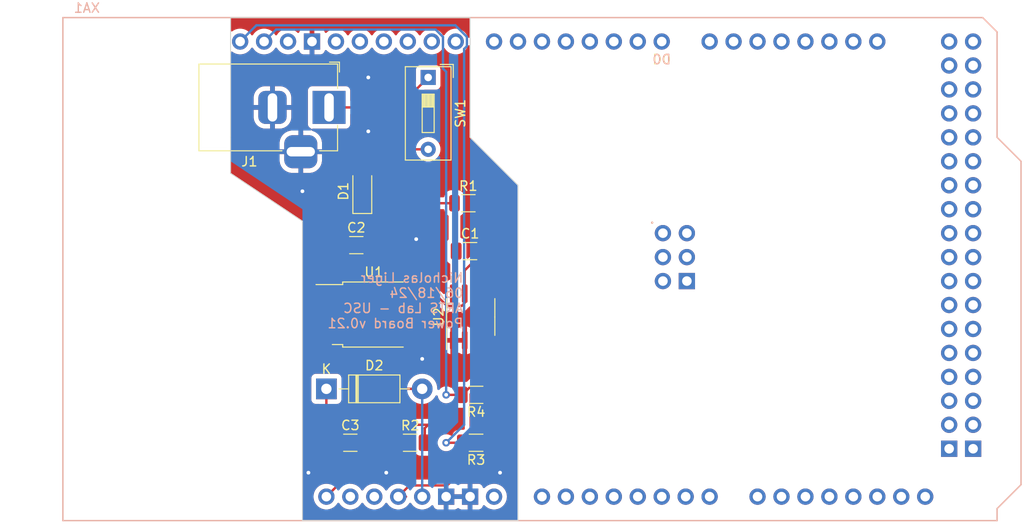
<source format=kicad_pcb>
(kicad_pcb (version 20221018) (generator pcbnew)
  (layers (0 "F.Cu" signal) (31 "B.Cu" signal) (34 "B.Paste" user) (35 "F.Paste" user) (36 "B.SilkS" user "B.Silkscreen") (37 "F.SilkS" user "F.Silkscreen") (38 "B.Mask" user) (39 "F.Mask" user) (44 "Edge.Cuts" user))
  (net 0 "")
  (net 1 "Net-(D1-K)")
  (net 2 "Net-(U1-VI)")
  (net 3 "GND")
  (net 4 "Net-(D2-K)")
  (net 5 "Net-(D1-A)")
  (net 6 "Net-(D2-A)")
  (net 7 "Net-(J1-Pad1)")
  (net 8 "Net-(U2-VS)")
  (net 9 "Net-(U2-SCL)")
  (net 92 "Net-(U2-SDA)")
  (footprint "Capacitor_SMD:C_1206_3216Metric" (layer "F.Cu") (at 130.175 82.55)
    (fp_text reference "C2" (at 0 -1.85) (layer "F.SilkS"))
    (fp_text value "0.1 μF" hide)
    (fp_line (start -0.711252 -0.91) (end 0.711252 -0.91) (stroke (width 0.12)) (layer "F.SilkS"))
    (fp_line (start -0.711252 0.91) (end 0.711252 0.91) (stroke (width 0.12)) (layer "F.SilkS"))
    (pad "1" smd roundrect (at -1.475 0) (size 1.15 1.8) (layers "F.Cu" "F.Paste" "F.Mask") (roundrect_rratio 0.217391) (net 2 "Net-(U1-VI)"))
    (pad "2" smd roundrect (at 1.475 0) (size 1.15 1.8) (layers "F.Cu" "F.Paste" "F.Mask") (roundrect_rratio 0.217391) (net 3 "GND"))
  )
  (footprint "Capacitor_SMD:C_1206_3216Metric" (layer "F.Cu") (at 129.54 103.505)
    (fp_text reference "C3" (at 0 -1.85) (layer "F.SilkS"))
    (fp_text value "22 μF" hide)
    (fp_line (start -0.711252 -0.91) (end 0.711252 -0.91) (stroke (width 0.12)) (layer "F.SilkS"))
    (fp_line (start -0.711252 0.91) (end 0.711252 0.91) (stroke (width 0.12)) (layer "F.SilkS"))
    (pad "1" smd roundrect (at -1.475 0) (size 1.15 1.8) (layers "F.Cu" "F.Paste" "F.Mask") (roundrect_rratio 0.217391) (net 3 "GND"))
    (pad "2" smd roundrect (at 1.475 0) (size 1.15 1.8) (layers "F.Cu" "F.Paste" "F.Mask") (roundrect_rratio 0.217391) (net 4 "Net-(D2-K)"))
  )
  (footprint "Resistor_SMD:R_1206_3216Metric_Pad1.30x1.75mm_HandSolder" (layer "F.Cu") (at 135.89 103.505)
    (fp_text reference "R2" (at 0 -1.82) (layer "F.SilkS"))
    (fp_text value "510" hide)
    (fp_line (start -0.727064 -0.91) (end 0.727064 -0.91) (stroke (width 0.12)) (layer "F.SilkS"))
    (fp_line (start -0.727064 0.91) (end 0.727064 0.91) (stroke (width 0.12)) (layer "F.SilkS"))
    (pad "1" smd roundrect (at -1.55 0) (size 1.3 1.75) (layers "F.Cu" "F.Paste" "F.Mask") (roundrect_rratio 0.192308) (net 3 "GND"))
    (pad "2" smd roundrect (at 1.55 0) (size 1.3 1.75) (layers "F.Cu" "F.Paste" "F.Mask") (roundrect_rratio 0.192308) (net 4 "Net-(D2-K)"))
  )
  (footprint "PCM_arduino-library:Arduino_Mega2560_R3_Shield" (layer "F.Cu") (at 99.06 111.76)
    (fp_text reference "XA1" (at 2.54 -54.356) (layer "B.SilkS") (effects (justify mirror)))
    (fp_text value "Arduino_Mega2560_Shield" hide)
    (fp_text user "D0" (at 63.5 -48.895 unlocked) (layer "B.SilkS") (effects (justify mirror)))
    (fp_text user "." (at 62.484 -32.004) (layer "B.SilkS"))
    (fp_text user "." (at 62.484 -32.004) (layer "F.SilkS"))
    (fp_text user "D0" (at 63.5 -48.895 unlocked) (layer "F.SilkS"))
    (fp_line (start 0 -53.34) (end 0 0) (stroke (width 0.15)) (layer "B.SilkS"))
    (fp_line (start 0 -53.34) (end 97.536 -53.34) (stroke (width 0.15)) (layer "B.SilkS"))
    (fp_line (start 0 0) (end 99.06 0) (stroke (width 0.15)) (layer "B.SilkS"))
    (fp_line (start 97.536 -53.34) (end 99.06 -51.816) (stroke (width 0.15)) (layer "B.SilkS"))
    (fp_line (start 99.06 -40.64) (end 99.06 -51.816) (stroke (width 0.15)) (layer "B.SilkS"))
    (fp_line (start 99.06 -1.27) (end 101.6 -3.81) (stroke (width 0.15)) (layer "B.SilkS"))
    (fp_line (start 99.06 0) (end 99.06 -1.27) (stroke (width 0.15)) (layer "B.SilkS"))
    (fp_line (start 101.6 -38.1) (end 99.06 -40.64) (stroke (width 0.15)) (layer "B.SilkS"))
    (fp_line (start 101.6 -3.81) (end 101.6 -38.1) (stroke (width 0.15)) (layer "B.SilkS"))
    (pad "" np_thru_hole circle (at 13.97 -2.54) (size 3.2 3.2) (drill 3.2) (layers "*.Cu" "*.Mask"))
    (pad "" np_thru_hole circle (at 15.24 -50.8) (size 3.2 3.2) (drill 3.2) (layers "*.Cu" "*.Mask"))
    (pad "" np_thru_hole circle (at 66.04 -35.56) (size 3.2 3.2) (drill 3.2) (layers "*.Cu" "*.Mask"))
    (pad "" np_thru_hole circle (at 66.04 -7.62) (size 3.2 3.2) (drill 3.2) (layers "*.Cu" "*.Mask"))
    (pad "" np_thru_hole circle (at 90.17 -50.8) (size 3.2 3.2) (drill 3.2) (layers "*.Cu" "*.Mask"))
    (pad "" np_thru_hole circle (at 96.52 -2.54) (size 3.2 3.2) (drill 3.2) (layers "*.Cu" "*.Mask"))
    (pad "3V3" thru_hole oval (at 35.56 -2.54) (size 1.7272 1.7272) (drill 1.016) (layers "*.Cu" "*.Mask") (net 8 "Net-(U2-VS)"))
    (pad "5V1" thru_hole oval (at 38.1 -2.54) (size 1.7272 1.7272) (drill 1.016) (layers "*.Cu" "*.Mask") (net 6 "Net-(D2-A)"))
    (pad "5V2" thru_hole oval (at 66.167 -30.48) (size 1.7272 1.7272) (drill 1.016) (layers "*.Cu" "*.Mask"))
    (pad "5V3" thru_hole oval (at 93.98 -50.8) (size 1.7272 1.7272) (drill 1.016) (layers "*.Cu" "*.Mask"))
    (pad "5V4" thru_hole oval (at 96.52 -50.8) (size 1.7272 1.7272) (drill 1.016) (layers "*.Cu" "*.Mask"))
    (pad "A0" thru_hole oval (at 50.8 -2.54) (size 1.7272 1.7272) (drill 1.016) (layers "*.Cu" "*.Mask"))
    (pad "A1" thru_hole oval (at 53.34 -2.54) (size 1.7272 1.7272) (drill 1.016) (layers "*.Cu" "*.Mask"))
    (pad "A2" thru_hole oval (at 55.88 -2.54) (size 1.7272 1.7272) (drill 1.016) (layers "*.Cu" "*.Mask"))
    (pad "A3" thru_hole oval (at 58.42 -2.54) (size 1.7272 1.7272) (drill 1.016) (layers "*.Cu" "*.Mask"))
    (pad "A4" thru_hole oval (at 60.96 -2.54) (size 1.7272 1.7272) (drill 1.016) (layers "*.Cu" "*.Mask"))
    (pad "A5" thru_hole oval (at 63.5 -2.54) (size 1.7272 1.7272) (drill 1.016) (layers "*.Cu" "*.Mask"))
    (pad "A6" thru_hole oval (at 66.04 -2.54) (size 1.7272 1.7272) (drill 1.016) (layers "*.Cu" "*.Mask"))
    (pad "A7" thru_hole oval (at 68.58 -2.54) (size 1.7272 1.7272) (drill 1.016) (layers "*.Cu" "*.Mask"))
    (pad "A8" thru_hole oval (at 73.66 -2.54) (size 1.7272 1.7272) (drill 1.016) (layers "*.Cu" "*.Mask"))
    (pad "A9" thru_hole oval (at 76.2 -2.54) (size 1.7272 1.7272) (drill 1.016) (layers "*.Cu" "*.Mask"))
    (pad "A10" thru_hole oval (at 78.74 -2.54) (size 1.7272 1.7272) (drill 1.016) (layers "*.Cu" "*.Mask"))
    (pad "A11" thru_hole oval (at 81.28 -2.54) (size 1.7272 1.7272) (drill 1.016) (layers "*.Cu" "*.Mask"))
    (pad "A12" thru_hole oval (at 83.82 -2.54) (size 1.7272 1.7272) (drill 1.016) (layers "*.Cu" "*.Mask"))
    (pad "A13" thru_hole oval (at 86.36 -2.54) (size 1.7272 1.7272) (drill 1.016) (layers "*.Cu" "*.Mask"))
    (pad "A14" thru_hole oval (at 88.9 -2.54) (size 1.7272 1.7272) (drill 1.016) (layers "*.Cu" "*.Mask"))
    (pad "A15" thru_hole oval (at 91.44 -2.54) (size 1.7272 1.7272) (drill 1.016) (layers "*.Cu" "*.Mask"))
    (pad "AREF" thru_hole oval (at 23.876 -50.8) (size 1.7272 1.7272) (drill 1.016) (layers "*.Cu" "*.Mask"))
    (pad "D0" thru_hole oval (at 63.5 -50.8) (size 1.7272 1.7272) (drill 1.016) (layers "*.Cu" "*.Mask"))
    (pad "D1" thru_hole oval (at 60.96 -50.8) (size 1.7272 1.7272) (drill 1.016) (layers "*.Cu" "*.Mask"))
    (pad "D2" thru_hole oval (at 58.42 -50.8) (size 1.7272 1.7272) (drill 1.016) (layers "*.Cu" "*.Mask"))
    (pad "D3" thru_hole oval (at 55.88 -50.8) (size 1.7272 1.7272) (drill 1.016) (layers "*.Cu" "*.Mask"))
    (pad "D4" thru_hole oval (at 53.34 -50.8) (size 1.7272 1.7272) (drill 1.016) (layers "*.Cu" "*.Mask"))
    (pad "D5" thru_hole oval (at 50.8 -50.8) (size 1.7272 1.7272) (drill 1.016) (layers "*.Cu" "*.Mask"))
    (pad "D6" thru_hole oval (at 48.26 -50.8) (size 1.7272 1.7272) (drill 1.016) (layers "*.Cu" "*.Mask"))
    (pad "D7" thru_hole oval (at 45.72 -50.8) (size 1.7272 1.7272) (drill 1.016) (layers "*.Cu" "*.Mask"))
    (pad "D8" thru_hole oval (at 41.656 -50.8) (size 1.7272 1.7272) (drill 1.016) (layers "*.Cu" "*.Mask"))
    (pad "D9" thru_hole oval (at 39.116 -50.8) (size 1.7272 1.7272) (drill 1.016) (layers "*.Cu" "*.Mask"))
    (pad "D10" thru_hole oval (at 36.576 -50.8) (size 1.7272 1.7272) (drill 1.016) (layers "*.Cu" "*.Mask"))
    (pad "D11" thru_hole oval (at 34.036 -50.8) (size 1.7272 1.7272) (drill 1.016) (layers "*.Cu" "*.Mask"))
    (pad "D12" thru_hole oval (at 31.496 -50.8) (size 1.7272 1.7272) (drill 1.016) (layers "*.Cu" "*.Mask"))
    (pad "D13" thru_hole oval (at 28.956 -50.8) (size 1.7272 1.7272) (drill 1.016) (layers "*.Cu" "*.Mask"))
    (pad "D14" thru_hole oval (at 68.58 -50.8) (size 1.7272 1.7272) (drill 1.016) (layers "*.Cu" "*.Mask"))
    (pad "D15" thru_hole oval (at 71.12 -50.8) (size 1.7272 1.7272) (drill 1.016) (layers "*.Cu" "*.Mask"))
    (pad "D16" thru_hole oval (at 73.66 -50.8) (size 1.7272 1.7272) (drill 1.016) (layers "*.Cu" "*.Mask"))
    (pad "D17" thru_hole oval (at 76.2 -50.8) (size 1.7272 1.7272) (drill 1.016) (layers "*.Cu" "*.Mask"))
    (pad "D18" thru_hole oval (at 78.74 -50.8) (size 1.7272 1.7272) (drill 1.016) (layers "*.Cu" "*.Mask"))
    (pad "D19" thru_hole oval (at 81.28 -50.8) (size 1.7272 1.7272) (drill 1.016) (layers "*.Cu" "*.Mask"))
    (pad "D20" thru_hole oval (at 83.82 -50.8) (size 1.7272 1.7272) (drill 1.016) (layers "*.Cu" "*.Mask"))
    (pad "D21" thru_hole oval (at 86.36 -50.8) (size 1.7272 1.7272) (drill 1.016) (layers "*.Cu" "*.Mask"))
    (pad "D22" thru_hole oval (at 93.98 -48.26) (size 1.7272 1.7272) (drill 1.016) (layers "*.Cu" "*.Mask"))
    (pad "D23" thru_hole oval (at 96.52 -48.26) (size 1.7272 1.7272) (drill 1.016) (layers "*.Cu" "*.Mask"))
    (pad "D24" thru_hole oval (at 93.98 -45.72) (size 1.7272 1.7272) (drill 1.016) (layers "*.Cu" "*.Mask"))
    (pad "D25" thru_hole oval (at 96.52 -45.72) (size 1.7272 1.7272) (drill 1.016) (layers "*.Cu" "*.Mask"))
    (pad "D26" thru_hole oval (at 93.98 -43.18) (size 1.7272 1.7272) (drill 1.016) (layers "*.Cu" "*.Mask"))
    (pad "D27" thru_hole oval (at 96.52 -43.18) (size 1.7272 1.7272) (drill 1.016) (layers "*.Cu" "*.Mask"))
    (pad "D28" thru_hole oval (at 93.98 -40.64) (size 1.7272 1.7272) (drill 1.016) (layers "*.Cu" "*.Mask"))
    (pad "D29" thru_hole oval (at 96.52 -40.64) (size 1.7272 1.7272) (drill 1.016) (layers "*.Cu" "*.Mask"))
    (pad "D30" thru_hole oval (at 93.98 -38.1) (size 1.7272 1.7272) (drill 1.016) (layers "*.Cu" "*.Mask"))
    (pad "D31" thru_hole oval (at 96.52 -38.1) (size 1.7272 1.7272) (drill 1.016) (layers "*.Cu" "*.Mask"))
    (pad "D32" thru_hole oval (at 93.98 -35.56) (size 1.7272 1.7272) (drill 1.016) (layers "*.Cu" "*.Mask"))
    (pad "D33" thru_hole oval (at 96.52 -35.56) (size 1.7272 1.7272) (drill 1.016) (layers "*.Cu" "*.Mask"))
    (pad "D34" thru_hole oval (at 93.98 -33.02) (size 1.7272 1.7272) (drill 1.016) (layers "*.Cu" "*.Mask"))
    (pad "D35" thru_hole oval (at 96.52 -33.02) (size 1.7272 1.7272) (drill 1.016) (layers "*.Cu" "*.Mask"))
    (pad "D36" thru_hole oval (at 93.98 -30.48) (size 1.7272 1.7272) (drill 1.016) (layers "*.Cu" "*.Mask"))
    (pad "D37" thru_hole oval (at 96.52 -30.48) (size 1.7272 1.7272) (drill 1.016) (layers "*.Cu" "*.Mask"))
    (pad "D38" thru_hole oval (at 93.98 -27.94) (size 1.7272 1.7272) (drill 1.016) (layers "*.Cu" "*.Mask"))
    (pad "D39" thru_hole oval (at 96.52 -27.94) (size 1.7272 1.7272) (drill 1.016) (layers "*.Cu" "*.Mask"))
    (pad "D40" thru_hole oval (at 93.98 -25.4) (size 1.7272 1.7272) (drill 1.016) (layers "*.Cu" "*.Mask"))
    (pad "D41" thru_hole oval (at 96.52 -25.4) (size 1.7272 1.7272) (drill 1.016) (layers "*.Cu" "*.Mask"))
    (pad "D42" thru_hole oval (at 93.98 -22.86) (size 1.7272 1.7272) (drill 1.016) (layers "*.Cu" "*.Mask"))
    (pad "D43" thru_hole oval (at 96.52 -22.86) (size 1.7272 1.7272) (drill 1.016) (layers "*.Cu" "*.Mask"))
    (pad "D44" thru_hole oval (at 93.98 -20.32) (size 1.7272 1.7272) (drill 1.016) (layers "*.Cu" "*.Mask"))
    (pad "D45" thru_hole oval (at 96.52 -20.32) (size 1.7272 1.7272) (drill 1.016) (layers "*.Cu" "*.Mask"))
    (pad "D46" thru_hole oval (at 93.98 -17.78) (size 1.7272 1.7272) (drill 1.016) (layers "*.Cu" "*.Mask"))
    (pad "D47" thru_hole oval (at 96.52 -17.78) (size 1.7272 1.7272) (drill 1.016) (layers "*.Cu" "*.Mask"))
    (pad "D48" thru_hole oval (at 93.98 -15.24) (size 1.7272 1.7272) (drill 1.016) (layers "*.Cu" "*.Mask"))
    (pad "D49" thru_hole oval (at 96.52 -15.24) (size 1.7272 1.7272) (drill 1.016) (layers "*.Cu" "*.Mask"))
    (pad "D50" thru_hole oval (at 93.98 -12.7) (size 1.7272 1.7272) (drill 1.016) (layers "*.Cu" "*.Mask"))
    (pad "D51" thru_hole oval (at 96.52 -12.7) (size 1.7272 1.7272) (drill 1.016) (layers "*.Cu" "*.Mask"))
    (pad "D52" thru_hole oval (at 93.98 -10.16) (size 1.7272 1.7272) (drill 1.016) (layers "*.Cu" "*.Mask"))
    (pad "D53" thru_hole oval (at 96.52 -10.16) (size 1.7272 1.7272) (drill 1.016) (layers "*.Cu" "*.Mask"))
    (pad "GND1" thru_hole rect (at 26.416 -50.8) (size 1.7272 1.7272) (drill 1.016) (layers "*.Cu" "*.Mask") (net 3 "GND"))
    (pad "GND2" thru_hole rect (at 40.64 -2.54) (size 1.7272 1.7272) (drill 1.016) (layers "*.Cu" "*.Mask") (net 3 "GND"))
    (pad "GND3" thru_hole rect (at 43.18 -2.54) (size 1.7272 1.7272) (drill 1.016) (layers "*.Cu" "*.Mask") (net 3 "GND"))
    (pad "GND4" thru_hole rect (at 66.167 -25.4) (size 1.7272 1.7272) (drill 1.016) (layers "*.Cu" "*.Mask"))
    (pad "GND5" thru_hole rect (at 93.98 -7.62) (size 1.7272 1.7272) (drill 1.016) (layers "*.Cu" "*.Mask") (net 3 "GND"))
    (pad "GND6" thru_hole rect (at 96.52 -7.62) (size 1.7272 1.7272) (drill 1.016) (layers "*.Cu" "*.Mask") (net 3 "GND"))
    (pad "IORF" thru_hole oval (at 30.48 -2.54) (size 1.7272 1.7272) (drill 1.016) (layers "*.Cu" "*.Mask"))
    (pad "MISO" thru_hole oval (at 63.627 -30.48) (size 1.7272 1.7272) (drill 1.016) (layers "*.Cu" "*.Mask"))
    (pad "MOSI" thru_hole oval (at 66.167 -27.94) (size 1.7272 1.7272) (drill 1.016) (layers "*.Cu" "*.Mask"))
    (pad "RST1" thru_hole oval (at 33.02 -2.54) (size 1.7272 1.7272) (drill 1.016) (layers "*.Cu" "*.Mask"))
    (pad "RST2" thru_hole oval (at 63.627 -25.4) (size 1.7272 1.7272) (drill 1.016) (layers "*.Cu" "*.Mask"))
    (pad "SCK" thru_hole oval (at 63.627 -27.94) (size 1.7272 1.7272) (drill 1.016) (layers "*.Cu" "*.Mask"))
    (pad "SCL" thru_hole oval (at 18.796 -50.8) (size 1.7272 1.7272) (drill 1.016) (layers "*.Cu" "*.Mask") (net 9 "Net-(U2-SCL)"))
    (pad "SDA" thru_hole oval (at 21.336 -50.8) (size 1.7272 1.7272) (drill 1.016) (layers "*.Cu" "*.Mask") (net 92 "Net-(U2-SDA)"))
    (pad "VBAT" thru_hole oval (at 27.94 -2.54) (size 1.7272 1.7272) (drill 1.016) (layers "*.Cu" "*.Mask") (net 4 "Net-(D2-K)"))
    (pad "VIN" thru_hole oval (at 45.72 -2.54) (size 1.7272 1.7272) (drill 1.016) (layers "*.Cu" "*.Mask"))
  )
  (footprint "Diode_THT:D_DO-41_SOD81_P10.16mm_Horizontal" (layer "F.Cu") (at 127 97.79)
    (fp_text reference "D2" (at 5.08 -2.47) (layer "F.SilkS"))
    (fp_text value "1N4005" hide)
    (fp_text user "K" (at 0 -2.1) (layer "F.SilkS"))
    (fp_line (start 1.34 0) (end 2.36 0) (stroke (width 0.12)) (layer "F.SilkS"))
    (fp_line (start 2.36 -1.47) (end 2.36 1.47) (stroke (width 0.12)) (layer "F.SilkS"))
    (fp_line (start 2.36 1.47) (end 7.8 1.47) (stroke (width 0.12)) (layer "F.SilkS"))
    (fp_line (start 3.14 -1.47) (end 3.14 1.47) (stroke (width 0.12)) (layer "F.SilkS"))
    (fp_line (start 3.26 -1.47) (end 3.26 1.47) (stroke (width 0.12)) (layer "F.SilkS"))
    (fp_line (start 3.38 -1.47) (end 3.38 1.47) (stroke (width 0.12)) (layer "F.SilkS"))
    (fp_line (start 7.8 -1.47) (end 2.36 -1.47) (stroke (width 0.12)) (layer "F.SilkS"))
    (fp_line (start 7.8 1.47) (end 7.8 -1.47) (stroke (width 0.12)) (layer "F.SilkS"))
    (fp_line (start 8.82 0) (end 7.8 0) (stroke (width 0.12)) (layer "F.SilkS"))
    (pad "1" thru_hole rect (at 0 0) (size 2.2 2.2) (drill 1.1) (layers "*.Cu" "*.Mask") (net 4 "Net-(D2-K)"))
    (pad "2" thru_hole oval (at 10.16 0) (size 2.2 2.2) (drill 1.1) (layers "*.Cu" "*.Mask") (net 6 "Net-(D2-A)"))
  )
  (footprint "Diode_SMD:D_SOD-123" (layer "F.Cu") (at 130.81 76.835 90)
    (fp_text reference "D1" (at 0 -2 90) (layer "F.SilkS"))
    (fp_text value "16-7" hide)
    (fp_line (start -2.36 -1) (end -2.36 1) (stroke (width 0.12)) (layer "F.SilkS"))
    (fp_line (start -2.36 -1) (end 1.65 -1) (stroke (width 0.12)) (layer "F.SilkS"))
    (fp_line (start -2.36 1) (end 1.65 1) (stroke (width 0.12)) (layer "F.SilkS"))
    (pad "1" smd roundrect (at -1.65 0 90) (size 0.9 1.2) (layers "F.Cu" "F.Paste" "F.Mask") (net 1 "Net-(D1-K)"))
    (pad "2" smd roundrect (at 1.65 0 90) (size 0.9 1.2) (layers "F.Cu" "F.Paste" "F.Mask") (net 5 "Net-(D1-A)"))
  )
  (footprint "Package_TO_SOT_SMD:TO-252-2" (layer "F.Cu") (at 132.04 89.91)
    (fp_text reference "U1" (at 0 -4.5) (layer "F.SilkS"))
    (fp_text value "LF15_TO252" hide)
    (fp_line (start -3.31 -3.45) (end -3.31 -3.18) (stroke (width 0.12)) (layer "F.SilkS"))
    (fp_line (start -3.31 -3.18) (end -6.14 -3.18) (stroke (width 0.12)) (layer "F.SilkS"))
    (fp_line (start -3.31 3.18) (end -4.41 3.18) (stroke (width 0.12)) (layer "F.SilkS"))
    (fp_line (start -3.31 3.45) (end -3.31 3.18) (stroke (width 0.12)) (layer "F.SilkS"))
    (fp_line (start 3.11 -3.45) (end -3.31 -3.45) (stroke (width 0.12)) (layer "F.SilkS"))
    (fp_line (start 3.11 3.45) (end -3.31 3.45) (stroke (width 0.12)) (layer "F.SilkS"))
    (pad "1" smd roundrect (at -5.04 -2.28) (size 2.2 1.2) (layers "F.Cu" "F.Paste" "F.Mask") (roundrect_rratio 0.208333) (net 2 "Net-(U1-VI)"))
    (pad "2" smd roundrect (at -0.415 -1.525) (size 3.05 2.75) (layers "F.Cu" "F.Paste") (roundrect_rratio 0.090909) (net 3 "GND"))
    (pad "2" smd roundrect (at -0.415 1.525) (size 3.05 2.75) (layers "F.Cu" "F.Paste") (roundrect_rratio 0.090909) (net 3 "GND"))
    (pad "2" smd roundrect (at 1.26 0) (size 6.4 5.8) (layers "F.Cu" "F.Mask") (roundrect_rratio 0.043103) (net 3 "GND"))
    (pad "2" smd roundrect (at 2.935 -1.525) (size 3.05 2.75) (layers "F.Cu" "F.Paste") (roundrect_rratio 0.090909) (net 3 "GND"))
    (pad "2" smd roundrect (at 2.935 1.525) (size 3.05 2.75) (layers "F.Cu" "F.Paste") (roundrect_rratio 0.090909) (net 3 "GND"))
    (pad "3" smd roundrect (at -5.04 2.28) (size 2.2 1.2) (layers "F.Cu" "F.Paste" "F.Mask") (roundrect_rratio 0.208333) (net 6 "Net-(D2-A)"))
  )
  (footprint "Capacitor_SMD:C_1206_3216Metric" (layer "F.Cu") (at 142.24 83.185)
    (fp_text reference "C1" (at 0 -1.85) (layer "F.SilkS"))
    (fp_text value "0.1 μF" hide)
    (fp_line (start -0.711252 -0.91) (end 0.711252 -0.91) (stroke (width 0.12)) (layer "F.SilkS"))
    (fp_line (start -0.711252 0.91) (end 0.711252 0.91) (stroke (width 0.12)) (layer "F.SilkS"))
    (pad "1" smd roundrect (at -1.475 0) (size 1.15 1.8) (layers "F.Cu" "F.Paste" "F.Mask") (roundrect_rratio 0.217391) (net 1 "Net-(D1-K)"))
    (pad "2" smd roundrect (at 1.475 0) (size 1.15 1.8) (layers "F.Cu" "F.Paste" "F.Mask") (roundrect_rratio 0.217391) (net 2 "Net-(U1-VI)"))
  )
  (footprint "Package_SO:SOIC-8_3.9x4.9mm_P1.27mm" (layer "F.Cu") (at 142.305 90.17 90)
    (fp_text reference "U2" (at 0 -3.4 90) (layer "F.SilkS"))
    (fp_text value "INA219A" hide)
    (fp_line (start 0 -2.56) (end -3.45 -2.56) (stroke (width 0.12)) (layer "F.SilkS"))
    (fp_line (start 0 -2.56) (end 1.95 -2.56) (stroke (width 0.12)) (layer "F.SilkS"))
    (fp_line (start 0 2.56) (end -1.95 2.56) (stroke (width 0.12)) (layer "F.SilkS"))
    (fp_line (start 0 2.56) (end 1.95 2.56) (stroke (width 0.12)) (layer "F.SilkS"))
    (pad "1" smd roundrect (at -2.475 -1.905 90) (size 1.95 0.6) (layers "F.Cu" "F.Paste" "F.Mask") (net 3 "GND"))
    (pad "2" smd roundrect (at -2.475 -0.635 90) (size 1.95 0.6) (layers "F.Cu" "F.Paste" "F.Mask") (net 3 "GND"))
    (pad "3" smd roundrect (at -2.475 0.635 90) (size 1.95 0.6) (layers "F.Cu" "F.Paste" "F.Mask") (net 92 "Net-(U2-SDA)"))
    (pad "4" smd roundrect (at -2.475 1.905 90) (size 1.95 0.6) (layers "F.Cu" "F.Paste" "F.Mask") (net 9 "Net-(U2-SCL)"))
    (pad "5" smd roundrect (at 2.475 1.905 90) (size 1.95 0.6) (layers "F.Cu" "F.Paste" "F.Mask") (net 8 "Net-(U2-VS)"))
    (pad "6" smd roundrect (at 2.475 0.635 90) (size 1.95 0.6) (layers "F.Cu" "F.Paste" "F.Mask") (net 3 "GND"))
    (pad "7" smd roundrect (at 2.475 -0.635 90) (size 1.95 0.6) (layers "F.Cu" "F.Paste" "F.Mask") (net 2 "Net-(U1-VI)"))
    (pad "8" smd roundrect (at 2.475 -1.905 90) (size 1.95 0.6) (layers "F.Cu" "F.Paste" "F.Mask") (net 1 "Net-(D1-K)"))
  )
  (footprint "Resistor_SMD:R_1206_3216Metric" (layer "F.Cu") (at 142.875 103.505 180)
    (fp_text reference "R3" (at 0 -1.82) (layer "F.SilkS"))
    (fp_text value "4.7k" hide)
    (fp_line (start -0.727064 -0.91) (end 0.727064 -0.91) (stroke (width 0.12)) (layer "F.SilkS"))
    (fp_line (start -0.727064 0.91) (end 0.727064 0.91) (stroke (width 0.12)) (layer "F.SilkS"))
    (pad "1" smd roundrect (at -1.4625 0 180) (size 1.125 1.75) (layers "F.Cu" "F.Paste" "F.Mask") (roundrect_rratio 0.222222) (net 8 "Net-(U2-VS)"))
    (pad "2" smd roundrect (at 1.4625 0 180) (size 1.125 1.75) (layers "F.Cu" "F.Paste" "F.Mask") (roundrect_rratio 0.222222) (net 9 "Net-(U2-SCL)"))
  )
  (footprint "Resistor_SMD:R_1206_3216Metric" (layer "F.Cu") (at 142.0475 78.105)
    (fp_text reference "R1" (at 0 -1.82) (layer "F.SilkS"))
    (fp_text value "0.1" hide)
    (fp_line (start -0.727064 -0.91) (end 0.727064 -0.91) (stroke (width 0.12)) (layer "F.SilkS"))
    (fp_line (start -0.727064 0.91) (end 0.727064 0.91) (stroke (width 0.12)) (layer "F.SilkS"))
    (pad "1" smd roundrect (at -1.4625 0) (size 1.125 1.75) (layers "F.Cu" "F.Paste" "F.Mask") (roundrect_rratio 0.222222) (net 1 "Net-(D1-K)"))
    (pad "2" smd roundrect (at 1.4625 0) (size 1.125 1.75) (layers "F.Cu" "F.Paste" "F.Mask") (roundrect_rratio 0.222222) (net 2 "Net-(U1-VI)"))
  )
  (footprint "Resistor_SMD:R_1206_3216Metric" (layer "F.Cu") (at 142.875 98.425 180)
    (fp_text reference "R4" (at 0 -1.82) (layer "F.SilkS"))
    (fp_text value "4.7k" hide)
    (fp_line (start -0.727064 -0.91) (end 0.727064 -0.91) (stroke (width 0.12)) (layer "F.SilkS"))
    (fp_line (start -0.727064 0.91) (end 0.727064 0.91) (stroke (width 0.12)) (layer "F.SilkS"))
    (pad "1" smd roundrect (at -1.4625 0 180) (size 1.125 1.75) (layers "F.Cu" "F.Paste" "F.Mask") (roundrect_rratio 0.222222) (net 8 "Net-(U2-VS)"))
    (pad "2" smd roundrect (at 1.4625 0 180) (size 1.125 1.75) (layers "F.Cu" "F.Paste" "F.Mask") (roundrect_rratio 0.222222) (net 92 "Net-(U2-SDA)"))
  )
  (footprint "Button_Switch_THT:SW_DIP_SPSTx01_Slide_9.78x4.72mm_W7.62mm_P2.54mm" (layer "F.Cu") (at 137.795 64.77 -90)
    (fp_text reference "SW1" (at 3.81 -3.42 90) (layer "F.SilkS"))
    (fp_text value "SW_DIP_x01" hide)
    (fp_line (start -1.38 -2.66) (end -1.38 -1.277) (stroke (width 0.12)) (layer "F.SilkS"))
    (fp_line (start -1.38 -2.66) (end 0.004 -2.66) (stroke (width 0.12)) (layer "F.SilkS"))
    (fp_line (start -1.14 -2.42) (end -1.14 2.42) (stroke (width 0.12)) (layer "F.SilkS"))
    (fp_line (start -1.14 -2.42) (end 8.76 -2.42) (stroke (width 0.12)) (layer "F.SilkS"))
    (fp_line (start -1.14 2.42) (end 8.76 2.42) (stroke (width 0.12)) (layer "F.SilkS"))
    (fp_line (start 1.78 -0.635) (end 1.78 0.635) (stroke (width 0.12)) (layer "F.SilkS"))
    (fp_line (start 1.78 -0.515) (end 3.133333 -0.515) (stroke (width 0.12)) (layer "F.SilkS"))
    (fp_line (start 1.78 -0.395) (end 3.133333 -0.395) (stroke (width 0.12)) (layer "F.SilkS"))
    (fp_line (start 1.78 -0.275) (end 3.133333 -0.275) (stroke (width 0.12)) (layer "F.SilkS"))
    (fp_line (start 1.78 -0.155) (end 3.133333 -0.155) (stroke (width 0.12)) (layer "F.SilkS"))
    (fp_line (start 1.78 -0.035) (end 3.133333 -0.035) (stroke (width 0.12)) (layer "F.SilkS"))
    (fp_line (start 1.78 0.085) (end 3.133333 0.085) (stroke (width 0.12)) (layer "F.SilkS"))
    (fp_line (start 1.78 0.205) (end 3.133333 0.205) (stroke (width 0.12)) (layer "F.SilkS"))
    (fp_line (start 1.78 0.325) (end 3.133333 0.325) (stroke (width 0.12)) (layer "F.SilkS"))
    (fp_line (start 1.78 0.445) (end 3.133333 0.445) (stroke (width 0.12)) (layer "F.SilkS"))
    (fp_line (start 1.78 0.565) (end 3.133333 0.565) (stroke (width 0.12)) (layer "F.SilkS"))
    (fp_line (start 1.78 0.635) (end 5.84 0.635) (stroke (width 0.12)) (layer "F.SilkS"))
    (fp_line (start 3.133333 -0.635) (end 3.133333 0.635) (stroke (width 0.12)) (layer "F.SilkS"))
    (fp_line (start 5.84 -0.635) (end 1.78 -0.635) (stroke (width 0.12)) (layer "F.SilkS"))
    (fp_line (start 5.84 0.635) (end 5.84 -0.635) (stroke (width 0.12)) (layer "F.SilkS"))
    (fp_line (start 8.76 -2.42) (end 8.76 2.42) (stroke (width 0.12)) (layer "F.SilkS"))
    (pad "1" thru_hole rect (at 0 0 270) (size 1.6 1.6) (drill 0.8) (layers "*.Cu" "*.Mask") (net 7 "Net-(J1-Pad1)"))
    (pad "2" thru_hole oval (at 7.62 0 270) (size 1.6 1.6) (drill 0.8) (layers "*.Cu" "*.Mask") (net 5 "Net-(D1-A)"))
  )
  (footprint "Connector_BarrelJack:BarrelJack_Horizontal" (layer "F.Cu") (at 127.285 67.945)
    (fp_text reference "J1" (at -8.45 5.75) (layer "F.SilkS"))
    (fp_text value "Barrel_Jack" hide)
    (fp_line (start -13.8 -4.6) (end 0.9 -4.6) (stroke (width 0.12)) (layer "F.SilkS"))
    (fp_line (start -13.8 4.6) (end -13.8 -4.6) (stroke (width 0.12)) (layer "F.SilkS"))
    (fp_line (start -5 4.6) (end -13.8 4.6) (stroke (width 0.12)) (layer "F.SilkS"))
    (fp_line (start 0.05 -4.8) (end 1.1 -4.8) (stroke (width 0.12)) (layer "F.SilkS"))
    (fp_line (start 0.9 -4.6) (end 0.9 -2) (stroke (width 0.12)) (layer "F.SilkS"))
    (fp_line (start 0.9 1.9) (end 0.9 4.6) (stroke (width 0.12)) (layer "F.SilkS"))
    (fp_line (start 0.9 4.6) (end -1 4.6) (stroke (width 0.12)) (layer "F.SilkS"))
    (fp_line (start 1.1 -3.75) (end 1.1 -4.8) (stroke (width 0.12)) (layer "F.SilkS"))
    (pad "1" thru_hole rect (at 0 0) (size 3.5 3.5) (drill oval 1 3) (layers "*.Cu" "*.Mask") (net 7 "Net-(J1-Pad1)"))
    (pad "2" thru_hole roundrect (at -6 0) (size 3 3.5) (drill oval 1 3) (layers "*.Cu" "*.Mask") (net 3 "GND"))
    (pad "3" thru_hole roundrect (at -3 4.7) (size 3.5 3.5) (drill oval 3 1) (layers "*.Cu" "*.Mask") (net 3 "GND"))
  )
  (gr_line (start 124.46 111.76) (end 147.32 111.76) (stroke (width 0.1)) (layer "Edge.Cuts"))
  (gr_line (start 147.32 111.76) (end 147.32 76.2) (stroke (width 0.1)) (layer "Edge.Cuts"))
  (gr_line (start 116.84 58.42) (end 116.84 71.12) (stroke (width 0.1)) (layer "Edge.Cuts"))
  (gr_line (start 142.24 58.42) (end 142.24 71.12) (stroke (width 0.1)) (layer "Edge.Cuts"))
  (gr_line (start 116.84 58.42) (end 142.24 58.42) (stroke (width 0.1)) (layer "Edge.Cuts"))
  (gr_line (start 124.46 80.01) (end 124.46 111.76) (stroke (width 0.1)) (layer "Edge.Cuts"))
  (gr_line (start 116.84 74.93) (end 124.46 80.01) (stroke (width 0.1)) (layer "Edge.Cuts"))
  (gr_line (start 147.32 76.2) (end 142.24 71.12) (stroke (width 0.1)) (layer "Edge.Cuts"))
  (gr_line (start 116.84 71.12) (end 116.84 74.93) (stroke (width 0.1)) (layer "Edge.Cuts"))
  (gr_text "Nicholas Liger\n06/18/24\nARTS Lab - USC\nPower Board v0.21" (at 141.605 91.44) (layer "B.SilkS") (effects (font (size 1 1)) (justify left bottom mirror)))
  (segment (start 134.62 78.485) (end 135 78.105) (width 0.25) (layer "F.Cu") (net 1))
  (segment (start 140.765 83.185) (end 140.765 87.33) (width 0.25) (layer "F.Cu") (net 1))
  (segment (start 135 78.105) (end 140.585 78.105) (width 0.25) (layer "F.Cu") (net 1))
  (segment (start 140.585 83.005) (end 140.765 83.185) (width 0.25) (layer "F.Cu") (net 1))
  (segment (start 130.81 78.485) (end 134.62 78.485) (width 0.25) (layer "F.Cu") (net 1))
  (segment (start 140.765 87.33) (end 140.4 87.695) (width 0.25) (layer "F.Cu") (net 1))
  (segment (start 140.585 78.105) (end 140.585 83.005) (width 0.25) (layer "F.Cu") (net 1))
  (segment (start 141.67 88.669999) (end 141.344999 88.995) (width 0.25) (layer "F.Cu") (net 2))
  (segment (start 141.67 85.23) (end 143.715 83.185) (width 0.25) (layer "F.Cu") (net 2))
  (segment (start 143.715 83.185) (end 143.715 78.31) (width 0.25) (layer "F.Cu") (net 2))
  (segment (start 141.67 87.695) (end 141.67 88.669999) (width 0.25) (layer "F.Cu") (net 2))
  (segment (start 135.255 84.455) (end 128.905 84.455) (width 0.25) (layer "F.Cu") (net 2))
  (segment (start 139.795 88.995) (end 135.255 84.455) (width 0.25) (layer "F.Cu") (net 2))
  (segment (start 128.905 84.455) (end 128.7 84.25) (width 0.25) (layer "F.Cu") (net 2))
  (segment (start 128.7 84.25) (end 128.7 82.55) (width 0.25) (layer "F.Cu") (net 2))
  (segment (start 128.7 82.55) (end 128.7 85.93) (width 0.25) (layer "F.Cu") (net 2))
  (segment (start 141.67 87.695) (end 141.67 85.23) (width 0.25) (layer "F.Cu") (net 2))
  (segment (start 141.344999 88.995) (end 139.795 88.995) (width 0.25) (layer "F.Cu") (net 2))
  (segment (start 143.715 78.31) (end 143.51 78.105) (width 0.25) (layer "F.Cu") (net 2))
  (segment (start 128.7 85.93) (end 127 87.63) (width 0.25) (layer "F.Cu") (net 2))
  (via (at 137.16 94.615) (size 0.8) (drill 0.4) (layers "F.Cu" "B.Cu") (net 3))
  (via (at 136.525 81.915) (size 0.8) (drill 0.4) (layers "F.Cu" "B.Cu") (net 3))
  (via (at 125.095 106.68) (size 0.8) (drill 0.4) (layers "F.Cu" "B.Cu") (net 3))
  (via (at 145.415 106.68) (size 0.8) (drill 0.4) (layers "F.Cu" "B.Cu") (net 3))
  (via (at 131.445 64.77) (size 0.8) (drill 0.4) (layers "F.Cu" "B.Cu") (net 3))
  (via (at 131.445 70.485) (size 0.8) (drill 0.4) (layers "F.Cu" "B.Cu") (net 3))
  (via (at 124.46 76.835) (size 0.8) (drill 0.4) (layers "F.Cu" "B.Cu") (net 3))
  (via (at 133.35 106.68) (size 0.8) (drill 0.4) (layers "F.Cu" "B.Cu") (net 3))
  (segment (start 137.44 101.955) (end 137.44 103.505) (width 0.25) (layer "F.Cu") (net 4))
  (segment (start 137.795 101.6) (end 137.44 101.955) (width 0.25) (layer "F.Cu") (net 4))
  (segment (start 131.015 105.205) (end 131.015 103.505) (width 0.25) (layer "F.Cu") (net 4))
  (segment (start 127 97.79) (end 127 99.49) (width 0.25) (layer "F.Cu") (net 4))
  (segment (start 127 109.22) (end 131.015 105.205) (width 0.25) (layer "F.Cu") (net 4))
  (segment (start 132.92 101.6) (end 137.795 101.6) (width 0.25) (layer "F.Cu") (net 4))
  (segment (start 127 99.49) (end 131.015 103.505) (width 0.25) (layer "F.Cu") (net 4))
  (segment (start 131.015 103.505) (end 132.92 101.6) (width 0.25) (layer "F.Cu") (net 4))
  (segment (start 137.795 72.39) (end 133.605 72.39) (width 0.25) (layer "F.Cu") (net 5))
  (segment (start 133.605 72.39) (end 130.81 75.185) (width 0.25) (layer "F.Cu") (net 5))
  (segment (start 132.6 97.79) (end 137.16 97.79) (width 0.25) (layer "F.Cu") (net 6))
  (segment (start 127 92.19) (end 132.6 97.79) (width 0.25) (layer "F.Cu") (net 6))
  (segment (start 137.16 109.22) (end 137.16 97.79) (width 0.25) (layer "B.Cu") (net 6))
  (segment (start 127.285 67.945) (end 134.62 67.945) (width 0.25) (layer "F.Cu") (net 7))
  (segment (start 134.62 67.945) (end 137.795 64.77) (width 0.25) (layer "F.Cu") (net 7))
  (segment (start 144.9 97.8625) (end 144.9 88.385) (width 0.25) (layer "F.Cu") (net 8))
  (segment (start 144.3375 103.505) (end 144.3375 98.425) (width 0.25) (layer "F.Cu") (net 8))
  (segment (start 135.4475 109.22) (end 134.62 109.22) (width 0.25) (layer "F.Cu") (net 8))
  (segment (start 144.9 88.385) (end 144.21 87.695) (width 0.25) (layer "F.Cu") (net 8))
  (segment (start 134.62 109.22) (end 135.8086 108.0314) (width 0.25) (layer "F.Cu") (net 8))
  (segment (start 139.8111 108.0314) (end 144.3375 103.505) (width 0.25) (layer "F.Cu") (net 8))
  (segment (start 135.8086 108.0314) (end 139.8111 108.0314) (width 0.25) (layer "F.Cu") (net 8))
  (segment (start 144.3375 98.425) (end 144.9 97.8625) (width 0.25) (layer "F.Cu") (net 8))
  (segment (start 144.21 96.455) (end 144.21 92.645) (width 0.25) (layer "F.Cu") (net 9))
  (segment (start 141.4125 103.505) (end 142.3 102.6175) (width 0.25) (layer "F.Cu") (net 9))
  (segment (start 141.4125 103.505) (end 139.7 103.505) (width 0.25) (layer "F.Cu") (net 9))
  (segment (start 142.3 98.365) (end 144.21 96.455) (width 0.25) (layer "F.Cu") (net 9))
  (segment (start 142.3 102.6175) (end 142.3 98.365) (width 0.25) (layer "F.Cu") (net 9))
  (via (at 139.7 103.505) (size 0.8) (drill 0.4) (layers "F.Cu" "B.Cu") (net 9))
  (segment (start 141.605 61.751935) (end 141.605 101.6) (width 0.25) (layer "B.Cu") (net 9))
  (segment (start 141.9046 60.467665) (end 141.9046 61.452335) (width 0.25) (layer "B.Cu") (net 9))
  (segment (start 141.9046 61.452335) (end 141.605 61.751935) (width 0.25) (layer "B.Cu") (net 9))
  (segment (start 117.856 60.96) (end 119.576 59.24) (width 0.25) (layer "B.Cu") (net 9))
  (segment (start 119.576 59.24) (end 140.676935 59.24) (width 0.25) (layer "B.Cu") (net 9))
  (segment (start 141.605 101.6) (end 139.7 103.505) (width 0.25) (layer "B.Cu") (net 9))
  (segment (start 140.676935 59.24) (end 141.9046 60.467665) (width 0.25) (layer "B.Cu") (net 9))
  (segment (start 142.94 96.8975) (end 142.94 92.645) (width 0.25) (layer "F.Cu") (net 92))
  (segment (start 141.4125 98.425) (end 139.7 98.425) (width 0.25) (layer "F.Cu") (net 92))
  (segment (start 141.4125 98.425) (end 142.94 96.8975) (width 0.25) (layer "F.Cu") (net 92))
  (via (at 139.7 98.425) (size 0.8) (drill 0.4) (layers "F.Cu" "B.Cu") (net 92))
  (segment (start 139.7 64.164935) (end 139.3646 63.829535) (width 0.25) (layer "B.Cu") (net 92))
  (segment (start 139.3646 63.829535) (end 139.3646 60.467665) (width 0.25) (layer "B.Cu") (net 92))
  (segment (start 121.666 59.69) (end 120.396 60.96) (width 0.25) (layer "B.Cu") (net 92))
  (segment (start 139.7 98.425) (end 139.7 64.164935) (width 0.25) (layer "B.Cu") (net 92))
  (segment (start 138.586935 59.69) (end 121.666 59.69) (width 0.25) (layer "B.Cu") (net 92))
  (segment (start 139.3646 60.467665) (end 138.586935 59.69) (width 0.25) (layer "B.Cu") (net 92))
  (zone (net 3) (net_name "GND") (layer "F.Cu") (connect_pads (clearance 0.5)) (min_thickness 0.25) (fill yes (thermal_gap 0.5) (thermal_bridge_width 0.5))
    (polygon (pts (xy 142.24 58.42) (xy 116.84 58.42) (xy 116.84 74.93) (xy 124.46 80.01) (xy 124.46 111.76) (xy 147.32 111.76) (xy 147.32 76.2) (xy 142.24 71.12)))
  )
  (zone (net 3) (net_name "GND") (layer "B.Cu") (priority 1) (connect_pads (clearance 0.5)) (min_thickness 0.25) (fill yes (thermal_gap 0.5) (thermal_bridge_width 0.5))
    (polygon (pts (xy 116.84 58.42) (xy 142.24 58.42) (xy 142.24 71.12) (xy 147.32 76.2) (xy 147.32 111.76) (xy 124.46 111.76) (xy 124.46 78.74) (xy 116.84 73.66)))
  )
)
</source>
